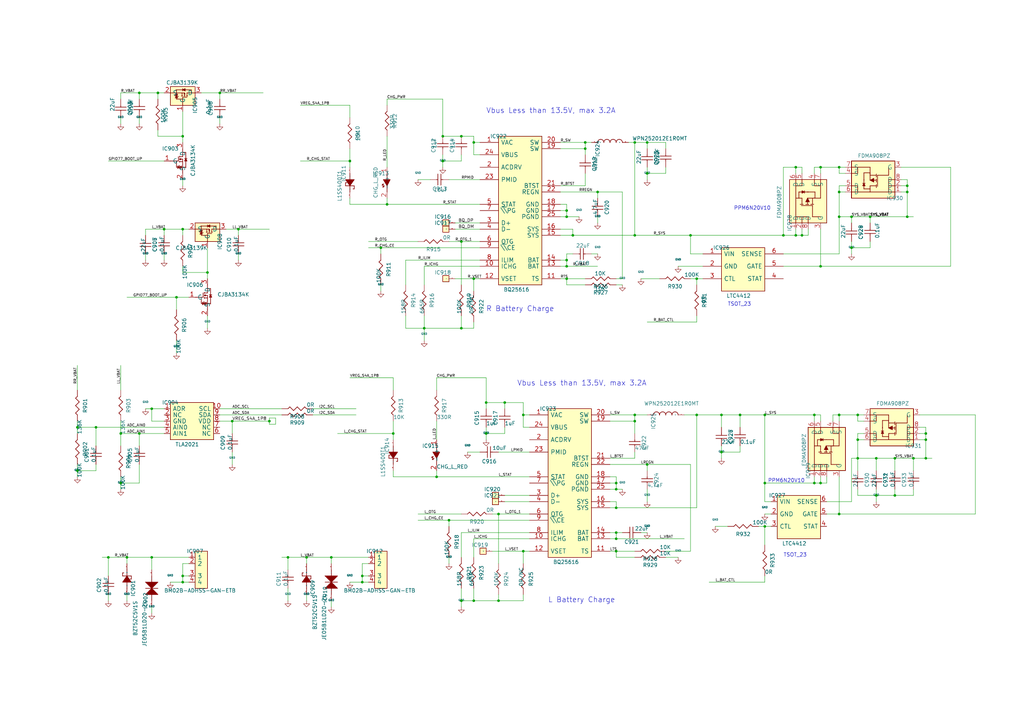
<source format=kicad_sch>
(kicad_sch (version 20211123) (generator eeschema)
  (paper "A3")
  (junction (at 265.43 58.42))
  (junction (at 374.65 187.96))
  (junction (at 74.93 236.22))
  (junction (at 359.41 203.2))
  (junction (at 67.31 93.98))
  (junction (at 173.99 134.62))
  (junction (at 57.15 38.1))
  (junction (at 64.77 38.1))
  (junction (at 351.79 180.34))
  (junction (at 240.03 58.42))
  (junction (at 207.01 165.1))
  (junction (at 265.43 71.12))
  (junction (at 240.03 60.96))
  (junction (at 135.89 228.6))
  (junction (at 372.11 88.9))
  (junction (at 95.25 172.72))
  (junction (at 181.61 55.88))
  (junction (at 285.75 114.3))
  (junction (at 252.73 208.28))
  (junction (at 234.95 96.52))
  (junction (at 344.17 170.18))
  (junction (at 74.93 238.76))
  (junction (at 283.21 96.52))
  (junction (at 326.39 68.58))
  (junction (at 179.07 195.58))
  (junction (at 74.93 93.98))
  (junction (at 313.69 215.9))
  (junction (at 252.73 218.44))
  (junction (at 326.39 96.52))
  (junction (at 232.41 86.36))
  (junction (at 232.41 88.9))
  (junction (at 313.69 198.12))
  (junction (at 260.35 172.72))
  (junction (at 49.53 198.12))
  (junction (at 344.17 68.58))
  (junction (at 379.73 187.96))
  (junction (at 265.43 190.5))
  (junction (at 189.23 55.88))
  (junction (at 62.23 228.6))
  (junction (at 367.03 203.2))
  (junction (at 158.75 83.82))
  (junction (at 334.01 170.18))
  (junction (at 194.31 114.3))
  (junction (at 313.69 170.18))
  (junction (at 260.35 58.42))
  (junction (at 204.47 246.38))
  (junction (at 232.41 114.3))
  (junction (at 321.31 96.52))
  (junction (at 344.17 88.9))
  (junction (at 57.15 177.8))
  (junction (at 295.91 185.42))
  (junction (at 336.55 68.58))
  (junction (at 336.55 109.22))
  (junction (at 199.39 165.1))
  (junction (at 252.73 198.12))
  (junction (at 85.09 111.76))
  (junction (at 351.79 170.18))
  (junction (at 49.53 177.8))
  (junction (at 379.73 177.8))
  (junction (at 194.31 58.42))
  (junction (at 189.23 134.62))
  (junction (at 367.03 187.96))
  (junction (at 349.25 101.6))
  (junction (at 62.23 167.64))
  (junction (at 31.75 193.04))
  (junction (at 336.55 198.12))
  (junction (at 110.49 172.72))
  (junction (at 204.47 210.82))
  (junction (at 252.73 226.06))
  (junction (at 181.61 66.04))
  (junction (at 199.39 177.8))
  (junction (at 194.31 246.38))
  (junction (at 372.11 78.74))
  (junction (at 72.39 121.92))
  (junction (at 148.59 236.22))
  (junction (at 245.11 78.74))
  (junction (at 90.17 38.1))
  (junction (at 334.01 198.12))
  (junction (at 232.41 109.22))
  (junction (at 328.93 96.52))
  (junction (at 232.41 106.68))
  (junction (at 303.53 170.18))
  (junction (at 252.73 200.66))
  (junction (at 148.59 238.76))
  (junction (at 214.63 226.06))
  (junction (at 349.25 88.9))
  (junction (at 214.63 170.18))
  (junction (at 260.35 170.18))
  (junction (at 52.07 228.6))
  (junction (at 31.75 175.26))
  (junction (at 143.51 66.04))
  (junction (at 379.73 180.34))
  (junction (at 189.23 99.06))
  (junction (at 351.79 187.96))
  (junction (at 97.79 93.98))
  (junction (at 118.11 228.6))
  (junction (at 39.37 175.26))
  (junction (at 285.75 170.18))
  (junction (at 260.35 96.52))
  (junction (at 372.11 76.2))
  (junction (at 359.41 187.96))
  (junction (at 184.15 213.36))
  (junction (at 44.45 228.6))
  (junction (at 344.17 210.82))
  (junction (at 74.93 55.88))
  (junction (at 125.73 228.6))
  (junction (at 189.23 246.38))
  (junction (at 252.73 220.98))
  (junction (at 295.91 170.18))
  (junction (at 161.29 177.8))
  (junction (at 356.87 88.9))
  (junction (at 156.21 101.6))
  (junction (at 344.17 78.74))
  (wire (pts (xy 400.05 210.82) (xy 344.17 210.82)))
  (wire (pts (xy 260.35 170.18) (xy 260.35 172.72)))
  (wire (pts (xy 113.03 173.99) (xy 110.49 173.99)))
  (wire (pts (xy 44.45 243.84) (xy 44.45 246.38)))
  (wire (pts (xy 199.39 177.8) (xy 199.39 180.34)))
  (wire (pts (xy 359.41 187.96) (xy 351.79 187.96)))
  (wire (pts (xy 245.11 78.74) (xy 245.11 81.28)))
  (wire (pts (xy 110.49 172.72) (xy 110.49 171.45)))
  (wire (pts (xy 171.45 73.66) (xy 176.53 73.66)))
  (wire (pts (xy 110.49 93.98) (xy 97.79 93.98)))
  (wire (pts (xy 336.55 93.98) (xy 336.55 109.22)))
  (wire (pts (xy 344.17 78.74) (xy 346.71 78.74)))
  (wire (pts (xy 232.41 86.36) (xy 232.41 88.9)))
  (wire (pts (xy 214.63 175.26) (xy 217.17 175.26)))
  (wire (pts (xy 204.47 185.42) (xy 217.17 185.42)))
  (wire (pts (xy 90.17 167.64) (xy 115.57 167.64)))
  (wire (pts (xy 135.89 228.6) (xy 135.89 231.14)))
  (wire (pts (xy 74.93 93.98) (xy 67.31 93.98)))
  (wire (pts (xy 214.63 243.84) (xy 214.63 246.38)))
  (wire (pts (xy 74.93 45.72) (xy 74.93 55.88)))
  (wire (pts (xy 382.27 187.96) (xy 379.73 187.96)))
  (wire (pts (xy 217.17 203.2) (xy 207.01 203.2)))
  (wire (pts (xy 181.61 40.64) (xy 181.61 55.88)))
  (wire (pts (xy 232.41 106.68) (xy 232.41 109.22)))
  (wire (pts (xy 95.25 185.42) (xy 95.25 190.5)))
  (wire (pts (xy 313.69 238.76) (xy 290.83 238.76)))
  (wire (pts (xy 240.03 58.42) (xy 240.03 60.96)))
  (wire (pts (xy 283.21 96.52) (xy 283.21 104.14)))
  (wire (pts (xy 143.51 154.94) (xy 161.29 154.94)))
  (wire (pts (xy 31.75 193.04) (xy 31.75 195.58)))
  (wire (pts (xy 326.39 96.52) (xy 321.31 96.52)))
  (wire (pts (xy 64.77 53.34) (xy 64.77 55.88)))
  (wire (pts (xy 316.23 215.9) (xy 313.69 215.9)))
  (wire (pts (xy 57.15 38.1) (xy 49.53 38.1)))
  (wire (pts (xy 64.77 55.88) (xy 74.93 55.88)))
  (wire (pts (xy 217.17 210.82) (xy 204.47 210.82)))
  (wire (pts (xy 128.27 167.64) (xy 146.05 167.64)))
  (wire (pts (xy 97.79 93.98) (xy 97.79 96.52)))
  (wire (pts (xy 173.99 134.62) (xy 189.23 134.62)))
  (wire (pts (xy 242.57 58.42) (xy 240.03 58.42)))
  (wire (pts (xy 95.25 172.72) (xy 90.17 172.72)))
  (wire (pts (xy 194.31 134.62) (xy 194.31 132.08)))
  (wire (pts (xy 234.95 96.52) (xy 229.87 96.52)))
  (wire (pts (xy 265.43 170.18) (xy 260.35 170.18)))
  (wire (pts (xy 214.63 165.1) (xy 214.63 170.18)))
  (wire (pts (xy 334.01 170.18) (xy 334.01 172.72)))
  (wire (pts (xy 62.23 248.92) (xy 62.23 251.46)))
  (wire (pts (xy 90.17 38.1) (xy 90.17 40.64)))
  (wire (pts (xy 189.23 99.06) (xy 184.15 99.06)))
  (wire (pts (xy 194.31 246.38) (xy 189.23 246.38)))
  (wire (pts (xy 74.93 238.76) (xy 69.85 238.76)))
  (wire (pts (xy 313.69 205.74) (xy 313.69 198.12)))
  (wire (pts (xy 367.03 200.66) (xy 367.03 203.2)))
  (wire (pts (xy 229.87 76.2) (xy 240.03 76.2)))
  (wire (pts (xy 232.41 83.82) (xy 232.41 86.36)))
  (wire (pts (xy 199.39 175.26) (xy 199.39 177.8)))
  (wire (pts (xy 232.41 109.22) (xy 229.87 109.22)))
  (wire (pts (xy 189.23 66.04) (xy 189.23 63.5)))
  (wire (pts (xy 262.89 218.44) (xy 265.43 218.44)))
  (wire (pts (xy 295.91 182.88) (xy 295.91 185.42)))
  (wire (pts (xy 255.27 200.66) (xy 252.73 200.66)))
  (wire (pts (xy 252.73 205.74) (xy 252.73 208.28)))
  (wire (pts (xy 151.13 231.14) (xy 148.59 231.14)))
  (wire (pts (xy 346.71 68.58) (xy 344.17 68.58)))
  (wire (pts (xy 374.65 203.2) (xy 374.65 200.66)))
  (wire (pts (xy 278.13 109.22) (xy 288.29 109.22)))
  (wire (pts (xy 354.33 170.18) (xy 351.79 170.18)))
  (wire (pts (xy 158.75 43.18) (xy 158.75 40.64)))
  (wire (pts (xy 194.31 58.42) (xy 196.85 58.42)))
  (wire (pts (xy 285.75 129.54) (xy 285.75 132.08)))
  (wire (pts (xy 349.25 101.6) (xy 349.25 104.14)))
  (wire (pts (xy 62.23 167.64) (xy 59.69 167.64)))
  (wire (pts (xy 39.37 175.26) (xy 31.75 175.26)))
  (wire (pts (xy 74.93 93.98) (xy 74.93 96.52)))
  (wire (pts (xy 374.65 187.96) (xy 367.03 187.96)))
  (wire (pts (xy 161.29 195.58) (xy 161.29 193.04)))
  (wire (pts (xy 285.75 208.28) (xy 252.73 208.28)))
  (wire (pts (xy 273.05 226.06) (xy 283.21 226.06)))
  (wire (pts (xy 199.39 154.94) (xy 199.39 165.1)))
  (wire (pts (xy 372.11 78.74) (xy 372.11 88.9)))
  (wire (pts (xy 77.47 231.14) (xy 74.93 231.14)))
  (wire (pts (xy 125.73 243.84) (xy 125.73 246.38)))
  (wire (pts (xy 252.73 218.44) (xy 250.19 218.44)))
  (wire (pts (xy 326.39 68.58) (xy 328.93 68.58)))
  (wire (pts (xy 295.91 170.18) (xy 285.75 170.18)))
  (wire (pts (xy 321.31 96.52) (xy 321.31 68.58)))
  (wire (pts (xy 328.93 93.98) (xy 328.93 96.52)))
  (wire (pts (xy 379.73 177.8) (xy 379.73 180.34)))
  (wire (pts (xy 229.87 93.98) (xy 234.95 93.98)))
  (wire (pts (xy 344.17 195.58) (xy 344.17 210.82)))
  (wire (pts (xy 214.63 226.06) (xy 214.63 231.14)))
  (wire (pts (xy 161.29 177.8) (xy 161.29 180.34)))
  (wire (pts (xy 173.99 134.62) (xy 173.99 139.7)))
  (wire (pts (xy 321.31 68.58) (xy 326.39 68.58)))
  (wire (pts (xy 97.79 93.98) (xy 92.71 93.98)))
  (wire (pts (xy 217.17 213.36) (xy 184.15 213.36)))
  (wire (pts (xy 204.47 246.38) (xy 194.31 246.38)))
  (wire (pts (xy 59.69 104.14) (xy 59.69 106.68)))
  (wire (pts (xy 313.69 170.18) (xy 303.53 170.18)))
  (wire (pts (xy 156.21 101.6) (xy 156.21 104.14)))
  (wire (pts (xy 77.47 238.76) (xy 74.93 238.76)))
  (wire (pts (xy 349.25 205.74) (xy 339.09 205.74)))
  (wire (pts (xy 85.09 101.6) (xy 85.09 111.76)))
  (wire (pts (xy 344.17 68.58) (xy 344.17 71.12)))
  (wire (pts (xy 252.73 226.06) (xy 250.19 226.06)))
  (wire (pts (xy 334.01 68.58) (xy 334.01 71.12)))
  (wire (pts (xy 161.29 154.94) (xy 161.29 160.02)))
  (wire (pts (xy 313.69 215.9) (xy 311.15 215.9)))
  (wire (pts (xy 199.39 165.1) (xy 199.39 167.64)))
  (wire (pts (xy 44.45 66.04) (xy 67.31 66.04)))
  (wire (pts (xy 186.69 93.98) (xy 196.85 93.98)))
  (wire (pts (xy 72.39 121.92) (xy 52.07 121.92)))
  (wire (pts (xy 135.89 228.6) (xy 125.73 228.6)))
  (wire (pts (xy 67.31 177.8) (xy 57.15 177.8)))
  (wire (pts (xy 240.03 60.96) (xy 240.03 63.5)))
  (wire (pts (xy 194.31 220.98) (xy 217.17 220.98)))
  (wire (pts (xy 265.43 68.58) (xy 265.43 71.12)))
  (wire (pts (xy 344.17 170.18) (xy 344.17 172.72)))
  (wire (pts (xy 234.95 93.98) (xy 234.95 96.52)))
  (wire (pts (xy 265.43 71.12) (xy 265.43 73.66)))
  (wire (pts (xy 44.45 228.6) (xy 44.45 236.22)))
  (wire (pts (xy 189.23 218.44) (xy 217.17 218.44)))
  (wire (pts (xy 52.07 228.6) (xy 44.45 228.6)))
  (wire (pts (xy 214.63 246.38) (xy 204.47 246.38)))
  (wire (pts (xy 189.23 99.06) (xy 189.23 116.84)))
  (wire (pts (xy 372.11 73.66) (xy 372.11 76.2)))
  (wire (pts (xy 67.31 104.14) (xy 67.31 106.68)))
  (wire (pts (xy 125.73 228.6) (xy 118.11 228.6)))
  (wire (pts (xy 285.75 114.3) (xy 285.75 116.84)))
  (wire (pts (xy 49.53 38.1) (xy 49.53 40.64)))
  (wire (pts (xy 351.79 180.34) (xy 351.79 187.96)))
  (wire (pts (xy 344.17 88.9) (xy 349.25 88.9)))
  (wire (pts (xy 156.21 116.84) (xy 156.21 119.38)))
  (wire (pts (xy 74.93 111.76) (xy 85.09 111.76)))
  (wire (pts (xy 255.27 114.3) (xy 255.27 78.74)))
  (wire (pts (xy 331.47 93.98) (xy 331.47 96.52)))
  (wire (pts (xy 148.59 236.22) (xy 148.59 238.76)))
  (wire (pts (xy 336.55 68.58) (xy 334.01 68.58)))
  (wire (pts (xy 336.55 170.18) (xy 334.01 170.18)))
  (wire (pts (xy 110.49 173.99) (xy 110.49 172.72)))
  (wire (pts (xy 49.53 195.58) (xy 49.53 198.12)))
  (wire (pts (xy 336.55 68.58) (xy 336.55 71.12)))
  (wire (pts (xy 217.17 195.58) (xy 179.07 195.58)))
  (wire (pts (xy 336.55 198.12) (xy 334.01 198.12)))
  (wire (pts (xy 334.01 170.18) (xy 313.69 170.18)))
  (wire (pts (xy 252.73 200.66) (xy 250.19 200.66)))
  (wire (pts (xy 49.53 198.12) (xy 49.53 200.66)))
  (wire (pts (xy 207.01 165.1) (xy 207.01 167.64)))
  (wire (pts (xy 377.19 177.8) (xy 379.73 177.8)))
  (wire (pts (xy 184.15 213.36) (xy 171.45 213.36)))
  (wire (pts (xy 265.43 200.66) (xy 265.43 205.74)))
  (wire (pts (xy 349.25 99.06) (xy 349.25 101.6)))
  (wire (pts (xy 240.03 114.3) (xy 232.41 114.3)))
  (wire (pts (xy 336.55 172.72) (xy 336.55 170.18)))
  (wire (pts (xy 273.05 60.96) (xy 273.05 58.42)))
  (wire (pts (xy 245.11 78.74) (xy 229.87 78.74)))
  (wire (pts (xy 377.19 180.34) (xy 379.73 180.34)))
  (wire (pts (xy 97.79 104.14) (xy 97.79 106.68)))
  (wire (pts (xy 194.31 241.3) (xy 194.31 246.38)))
  (wire (pts (xy 237.49 88.9) (xy 232.41 88.9)))
  (wire (pts (xy 214.63 226.06) (xy 201.93 226.06)))
  (wire (pts (xy 293.37 215.9) (xy 298.45 215.9)))
  (wire (pts (xy 194.31 55.88) (xy 194.31 58.42)))
  (wire (pts (xy 273.05 68.58) (xy 273.05 71.12)))
  (wire (pts (xy 67.31 93.98) (xy 67.31 96.52)))
  (wire (pts (xy 367.03 203.2) (xy 374.65 203.2)))
  (wire (pts (xy 52.07 228.6) (xy 52.07 231.14)))
  (wire (pts (xy 166.37 129.54) (xy 166.37 134.62)))
  (wire (pts (xy 377.19 175.26) (xy 379.73 175.26)))
  (wire (pts (xy 334.01 198.12) (xy 313.69 198.12)))
  (wire (pts (xy 351.79 170.18) (xy 351.79 172.72)))
  (wire (pts (xy 72.39 121.92) (xy 72.39 127)))
  (wire (pts (xy 156.21 101.6) (xy 151.13 101.6)))
  (wire (pts (xy 181.61 55.88) (xy 189.23 55.88)))
  (wire (pts (xy 199.39 177.8) (xy 207.01 177.8)))
  (wire (pts (xy 260.35 226.06) (xy 252.73 226.06)))
  (wire (pts (xy 207.01 165.1) (xy 214.63 165.1)))
  (wire (pts (xy 138.43 177.8) (xy 161.29 177.8)))
  (wire (pts (xy 234.95 104.14) (xy 232.41 104.14)))
  (wire (pts (xy 59.69 93.98) (xy 59.69 96.52)))
  (wire (pts (xy 67.31 38.1) (xy 64.77 38.1)))
  (wire (pts (xy 184.15 213.36) (xy 184.15 215.9)))
  (wire (pts (xy 356.87 88.9) (xy 356.87 91.44)))
  (wire (pts (xy 265.43 190.5) (xy 265.43 193.04)))
  (wire (pts (xy 118.11 228.6) (xy 115.57 228.6)))
  (wire (pts (xy 372.11 88.9) (xy 356.87 88.9)))
  (wire (pts (xy 389.89 109.22) (xy 336.55 109.22)))
  (wire (pts (xy 77.47 228.6) (xy 62.23 228.6)))
  (wire (pts (xy 179.07 172.72) (xy 179.07 180.34)))
  (wire (pts (xy 232.41 88.9) (xy 229.87 88.9)))
  (wire (pts (xy 57.15 177.8) (xy 57.15 182.88)))
  (wire (pts (xy 158.75 83.82) (xy 143.51 83.82)))
  (wire (pts (xy 313.69 215.9) (xy 313.69 223.52)))
  (wire (pts (xy 151.13 238.76) (xy 148.59 238.76)))
  (wire (pts (xy 283.21 104.14) (xy 288.29 104.14)))
  (wire (pts (xy 260.35 58.42) (xy 257.81 58.42)))
  (wire (pts (xy 240.03 76.2) (xy 240.03 71.12)))
  (wire (pts (xy 196.85 99.06) (xy 189.23 99.06)))
  (wire (pts (xy 74.93 236.22) (xy 74.93 238.76)))
  (wire (pts (xy 334.01 195.58) (xy 334.01 198.12)))
  (wire (pts (xy 39.37 190.5) (xy 39.37 193.04)))
  (wire (pts (xy 367.03 187.96) (xy 359.41 187.96)))
  (wire (pts (xy 95.25 172.72) (xy 110.49 172.72)))
  (wire (pts (xy 316.23 205.74) (xy 313.69 205.74)))
  (wire (pts (xy 351.79 203.2) (xy 359.41 203.2)))
  (wire (pts (xy 143.51 66.04) (xy 143.51 68.58)))
  (wire (pts (xy 303.53 170.18) (xy 303.53 175.26)))
  (wire (pts (xy 245.11 109.22) (xy 232.41 109.22)))
  (wire (pts (xy 379.73 175.26) (xy 379.73 177.8)))
  (wire (pts (xy 252.73 198.12) (xy 252.73 200.66)))
  (wire (pts (xy 400.05 170.18) (xy 400.05 210.82)))
  (wire (pts (xy 344.17 104.14) (xy 344.17 88.9)))
  (wire (pts (xy 351.79 172.72) (xy 354.33 172.72)))
  (wire (pts (xy 189.23 241.3) (xy 189.23 246.38)))
  (wire (pts (xy 229.87 106.68) (xy 232.41 106.68)))
  (wire (pts (xy 250.19 195.58) (xy 252.73 195.58)))
  (wire (pts (xy 194.31 63.5) (xy 196.85 63.5)))
  (wire (pts (xy 207.01 205.74) (xy 217.17 205.74)))
  (wire (pts (xy 52.07 243.84) (xy 52.07 246.38)))
  (wire (pts (xy 356.87 101.6) (xy 349.25 101.6)))
  (wire (pts (xy 49.53 48.26) (xy 49.53 50.8)))
  (wire (pts (xy 217.17 226.06) (xy 214.63 226.06)))
  (wire (pts (xy 313.69 236.22) (xy 313.69 238.76)))
  (wire (pts (xy 260.35 172.72) (xy 260.35 177.8)))
  (wire (pts (xy 344.17 68.58) (xy 336.55 68.58)))
  (wire (pts (xy 85.09 111.76) (xy 85.09 114.3)))
  (wire (pts (xy 171.45 210.82) (xy 189.23 210.82)))
  (wire (pts (xy 181.61 66.04) (xy 189.23 66.04)))
  (wire (pts (xy 49.53 149.86) (xy 49.53 160.02)))
  (wire (pts (xy 252.73 116.84) (xy 255.27 116.84)))
  (wire (pts (xy 173.99 129.54) (xy 173.99 134.62)))
  (wire (pts (xy 250.19 187.96) (xy 260.35 187.96)))
  (wire (pts (xy 44.45 228.6) (xy 41.91 228.6)))
  (wire (pts (xy 245.11 88.9) (xy 245.11 91.44)))
  (wire (pts (xy 303.53 170.18) (xy 295.91 170.18)))
  (wire (pts (xy 288.29 114.3) (xy 285.75 114.3)))
  (wire (pts (xy 74.93 73.66) (xy 74.93 76.2)))
  (wire (pts (xy 232.41 104.14) (xy 232.41 106.68)))
  (wire (pts (xy 351.79 170.18) (xy 344.17 170.18)))
  (wire (pts (xy 377.19 170.18) (xy 400.05 170.18)))
  (wire (pts (xy 265.43 190.5) (xy 250.19 190.5)))
  (wire (pts (xy 369.57 76.2) (xy 372.11 76.2)))
  (wire (pts (xy 265.43 58.42) (xy 265.43 60.96)))
  (wire (pts (xy 135.89 246.38) (xy 135.89 248.92)))
  (wire (pts (xy 173.99 116.84) (xy 173.99 109.22)))
  (wire (pts (xy 250.19 198.12) (xy 252.73 198.12)))
  (wire (pts (xy 280.67 220.98) (xy 252.73 220.98)))
  (wire (pts (xy 57.15 48.26) (xy 57.15 50.8)))
  (wire (pts (xy 148.59 238.76) (xy 143.51 238.76)))
  (wire (pts (xy 273.05 228.6) (xy 278.13 228.6)))
  (wire (pts (xy 344.17 88.9) (xy 344.17 78.74)))
  (wire (pts (xy 77.47 93.98) (xy 74.93 93.98)))
  (wire (pts (xy 262.89 114.3) (xy 270.51 114.3)))
  (wire (pts (xy 229.87 86.36) (xy 232.41 86.36)))
  (wire (pts (xy 344.17 76.2) (xy 346.71 76.2)))
  (wire (pts (xy 285.75 114.3) (xy 283.21 114.3)))
  (wire (pts (xy 250.19 205.74) (xy 252.73 205.74)))
  (wire (pts (xy 31.75 172.72) (xy 31.75 175.26)))
  (wire (pts (xy 242.57 104.14) (xy 245.11 104.14)))
  (wire (pts (xy 313.69 198.12) (xy 313.69 170.18)))
  (wire (pts (xy 367.03 187.96) (xy 367.03 193.04)))
  (wire (pts (xy 158.75 40.64) (xy 181.61 40.64)))
  (wire (pts (xy 204.47 243.84) (xy 204.47 246.38)))
  (wire (pts (xy 118.11 228.6) (xy 118.11 233.68)))
  (wire (pts (xy 90.17 170.18) (xy 115.57 170.18)))
  (wire (pts (xy 265.43 58.42) (xy 260.35 58.42)))
  (wire (pts (xy 107.95 38.1) (xy 90.17 38.1)))
  (wire (pts (xy 158.75 55.88) (xy 158.75 68.58)))
  (wire (pts (xy 229.87 83.82) (xy 232.41 83.82)))
  (wire (pts (xy 303.53 185.42) (xy 295.91 185.42)))
  (wire (pts (xy 303.53 182.88) (xy 303.53 185.42)))
  (wire (pts (xy 344.17 170.18) (xy 341.63 170.18)))
  (wire (pts (xy 181.61 66.04) (xy 181.61 68.58)))
  (wire (pts (xy 179.07 193.04) (xy 179.07 195.58)))
  (wire (pts (xy 260.35 58.42) (xy 260.35 96.52)))
  (wire (pts (xy 189.23 129.54) (xy 189.23 134.62)))
  (wire (pts (xy 285.75 170.18) (xy 280.67 170.18)))
  (wire (pts (xy 339.09 198.12) (xy 336.55 198.12)))
  (wire (pts (xy 351.79 180.34) (xy 351.79 177.8)))
  (wire (pts (xy 232.41 116.84) (xy 240.03 116.84)))
  (wire (pts (xy 161.29 172.72) (xy 161.29 177.8)))
  (wire (pts (xy 214.63 170.18) (xy 214.63 175.26)))
  (wire (pts (xy 374.65 88.9) (xy 372.11 88.9)))
  (wire (pts (xy 204.47 210.82) (xy 201.93 210.82)))
  (wire (pts (xy 252.73 228.6) (xy 260.35 228.6)))
  (wire (pts (xy 151.13 99.06) (xy 171.45 99.06)))
  (wire (pts (xy 173.99 109.22) (xy 196.85 109.22)))
  (wire (pts (xy 194.31 228.6) (xy 194.31 220.98)))
  (wire (pts (xy 372.11 76.2) (xy 372.11 78.74)))
  (wire (pts (xy 379.73 180.34) (xy 379.73 187.96)))
  (wire (pts (xy 351.79 200.66) (xy 351.79 203.2)))
  (wire (pts (xy 148.59 231.14) (xy 148.59 236.22)))
  (wire (pts (xy 349.25 88.9) (xy 349.25 91.44)))
  (wire (pts (xy 123.19 43.18) (xy 143.51 43.18)))
  (wire (pts (xy 379.73 187.96) (xy 374.65 187.96)))
  (wire (pts (xy 351.79 187.96) (xy 351.79 193.04)))
  (wire (pts (xy 194.31 114.3) (xy 186.69 114.3)))
  (wire (pts (xy 252.73 226.06) (xy 252.73 228.6)))
  (wire (pts (xy 336.55 195.58) (xy 336.55 198.12)))
  (wire (pts (xy 194.31 58.42) (xy 194.31 63.5)))
  (wire (pts (xy 273.05 58.42) (xy 265.43 58.42)))
  (wire (pts (xy 214.63 170.18) (xy 217.17 170.18)))
  (wire (pts (xy 196.85 114.3) (xy 194.31 114.3)))
  (wire (pts (xy 250.19 172.72) (xy 260.35 172.72)))
  (wire (pts (xy 113.03 171.45) (xy 113.03 173.99)))
  (wire (pts (xy 326.39 68.58) (xy 326.39 71.12)))
  (wire (pts (xy 143.51 43.18) (xy 143.51 48.26)))
  (wire (pts (xy 240.03 58.42) (xy 229.87 58.42)))
  (wire (pts (xy 64.77 38.1) (xy 64.77 40.64)))
  (wire (pts (xy 260.35 187.96) (xy 260.35 185.42)))
  (wire (pts (xy 356.87 99.06) (xy 356.87 101.6)))
  (wire (pts (xy 283.21 96.52) (xy 260.35 96.52)))
  (wire (pts (xy 151.13 228.6) (xy 135.89 228.6)))
  (wire (pts (xy 283.21 226.06) (xy 283.21 190.5)))
  (wire (pts (xy 67.31 167.64) (xy 62.23 167.64)))
  (wire (pts (xy 369.57 78.74) (xy 372.11 78.74)))
  (wire (pts (xy 39.37 175.26) (xy 39.37 182.88)))
  (wire (pts (xy 62.23 172.72) (xy 67.31 172.72)))
  (wire (pts (xy 252.73 220.98) (xy 250.19 220.98)))
  (wire (pts (xy 359.41 203.2) (xy 359.41 205.74)))
  (wire (pts (xy 158.75 81.28) (xy 158.75 83.82)))
  (wire (pts (xy 67.31 175.26) (xy 39.37 175.26)))
  (wire (pts (xy 229.87 60.96) (xy 240.03 60.96)))
  (wire (pts (xy 328.93 68.58) (xy 328.93 71.12)))
  (wire (pts (xy 260.35 96.52) (xy 234.95 96.52)))
  (wire (pts (xy 354.33 180.34) (xy 351.79 180.34)))
  (wire (pts (xy 189.23 246.38) (xy 189.23 248.92)))
  (wire (pts (xy 351.79 187.96) (xy 349.25 187.96)))
  (wire (pts (xy 283.21 190.5) (xy 265.43 190.5)))
  (wire (pts (xy 359.41 200.66) (xy 359.41 203.2)))
  (wire (pts (xy 95.25 172.72) (xy 95.25 177.8)))
  (wire (pts (xy 148.59 236.22) (xy 151.13 236.22)))
  (wire (pts (xy 189.23 228.6) (xy 189.23 218.44)))
  (wire (pts (xy 339.09 195.58) (xy 339.09 198.12)))
  (wire (pts (xy 260.35 170.18) (xy 250.19 170.18)))
  (wire (pts (xy 273.05 71.12) (xy 265.43 71.12)))
  (wire (pts (xy 179.07 195.58) (xy 161.29 195.58)))
  (wire (pts (xy 359.41 203.2) (xy 367.03 203.2)))
  (wire (pts (xy 57.15 190.5) (xy 57.15 198.12)))
  (wire (pts (xy 341.63 170.18) (xy 341.63 172.72)))
  (wire (pts (xy 369.57 68.58) (xy 389.89 68.58)))
  (wire (pts (xy 328.93 96.52) (xy 326.39 96.52)))
  (wire (pts (xy 189.23 134.62) (xy 194.31 134.62)))
  (wire (pts (xy 255.27 218.44) (xy 252.73 218.44)))
  (wire (pts (xy 62.23 228.6) (xy 62.23 233.68)))
  (wire (pts (xy 349.25 187.96) (xy 349.25 205.74)))
  (wire (pts (xy 74.93 109.22) (xy 74.93 111.76)))
  (wire (pts (xy 321.31 104.14) (xy 344.17 104.14)))
  (wire (pts (xy 232.41 114.3) (xy 229.87 114.3)))
  (wire (pts (xy 184.15 228.6) (xy 184.15 231.14)))
  (wire (pts (xy 74.93 55.88) (xy 74.93 58.42)))
  (wire (pts (xy 194.31 114.3) (xy 194.31 119.38)))
  (wire (pts (xy 74.93 231.14) (xy 74.93 236.22)))
  (wire (pts (xy 57.15 198.12) (xy 49.53 198.12)))
  (wire (pts (xy 191.77 185.42) (xy 196.85 185.42)))
  (wire (pts (xy 344.17 71.12) (xy 346.71 71.12)))
  (wire (pts (xy 110.49 171.45) (xy 113.03 171.45)))
  (wire (pts (xy 72.39 139.7) (xy 72.39 144.78)))
  (wire (pts (xy 196.85 73.66) (xy 184.15 73.66)))
  (wire (pts (xy 369.57 73.66) (xy 372.11 73.66)))
  (wire (pts (xy 166.37 116.84) (xy 166.37 106.68)))
  (wire (pts (xy 189.23 55.88) (xy 194.31 55.88)))
  (wire (pts (xy 344.17 78.74) (xy 344.17 76.2)))
  (wire (pts (xy 57.15 38.1) (xy 57.15 40.64)))
  (wire (pts (xy 359.41 187.96) (xy 359.41 193.04)))
  (wire (pts (xy 186.69 91.44) (xy 196.85 91.44)))
  (wire (pts (xy 77.47 121.92) (xy 72.39 121.92)))
  (wire (pts (xy 90.17 38.1) (xy 82.55 38.1)))
  (wire (pts (xy 31.75 149.86) (xy 31.75 160.02)))
  (wire (pts (xy 295.91 170.18) (xy 295.91 175.26)))
  (wire (pts (xy 252.73 218.44) (xy 252.73 220.98)))
  (wire (pts (xy 179.07 154.94) (xy 199.39 154.94)))
  (wire (pts (xy 285.75 132.08) (xy 265.43 132.08)))
  (wire (pts (xy 351.79 177.8) (xy 354.33 177.8)))
  (wire (pts (xy 49.53 177.8) (xy 49.53 182.88)))
  (wire (pts (xy 344.17 210.82) (xy 339.09 210.82)))
  (wire (pts (xy 57.15 177.8) (xy 49.53 177.8)))
  (wire (pts (xy 62.23 167.64) (xy 62.23 172.72)))
  (wire (pts (xy 118.11 241.3) (xy 118.11 246.38)))
  (wire (pts (xy 326.39 93.98) (xy 326.39 96.52)))
  (wire (pts (xy 199.39 165.1) (xy 207.01 165.1)))
  (wire (pts (xy 252.73 195.58) (xy 252.73 198.12)))
  (wire (pts (xy 166.37 134.62) (xy 173.99 134.62)))
  (wire (pts (xy 232.41 114.3) (xy 232.41 116.84)))
  (wire (pts (xy 331.47 96.52) (xy 328.93 96.52)))
  (wire (pts (xy 336.55 109.22) (xy 321.31 109.22)))
  (wire (pts (xy 285.75 170.18) (xy 285.75 208.28)))
  (wire (pts (xy 207.01 177.8) (xy 207.01 175.26)))
  (wire (pts (xy 74.93 236.22) (xy 77.47 236.22)))
  (wire (pts (xy 374.65 187.96) (xy 374.65 193.04)))
  (wire (pts (xy 196.85 83.82) (xy 158.75 83.82)))
  (wire (pts (xy 123.19 66.04) (xy 143.51 66.04)))
  (wire (pts (xy 39.37 193.04) (xy 31.75 193.04)))
  (wire (pts (xy 196.85 101.6) (xy 156.21 101.6)))
  (wire (pts (xy 181.61 63.5) (xy 181.61 66.04)))
  (wire (pts (xy 389.89 68.58) (xy 389.89 109.22)))
  (wire (pts (xy 166.37 106.68) (xy 196.85 106.68)))
  (wire (pts (xy 252.73 114.3) (xy 255.27 114.3)))
  (wire (pts (xy 62.23 228.6) (xy 52.07 228.6)))
  (wire (pts (xy 85.09 129.54) (xy 85.09 134.62)))
  (wire (pts (xy 252.73 208.28) (xy 250.19 208.28)))
  (wire (pts (xy 143.51 83.82) (xy 143.51 81.28)))
  (wire (pts (xy 204.47 210.82) (xy 204.47 231.14)))
  (wire (pts (xy 49.53 172.72) (xy 49.53 177.8)))
  (wire (pts (xy 179.07 160.02) (xy 179.07 154.94)))
  (wire (pts (xy 143.51 60.96) (xy 143.51 66.04)))
  (wire (pts (xy 128.27 170.18) (xy 146.05 170.18)))
  (wire (pts (xy 64.77 38.1) (xy 57.15 38.1)))
  (wire (pts (xy 31.75 175.26) (xy 31.75 177.8)))
  (wire (pts (xy 295.91 185.42) (xy 295.91 187.96)))
  (wire (pts (xy 321.31 96.52) (xy 283.21 96.52)))
  (wire (pts (xy 313.69 210.82) (xy 316.23 210.82)))
  (wire (pts (xy 67.31 93.98) (xy 59.69 93.98)))
  (wire (pts (xy 255.27 78.74) (xy 245.11 78.74)))
  (wire (pts (xy 125.73 228.6) (xy 125.73 231.14)))
  (wire (pts (xy 90.17 48.26) (xy 90.17 50.8)))
  (wire (pts (xy 31.75 190.5) (xy 31.75 193.04)))
  (wire (pts (xy 356.87 88.9) (xy 349.25 88.9)))
  (text "PPM6N20V10 " (at 314.96 198.12 0) (effects (font (size 1.524 1.524)) (justify left bottom)))
  (text "L Battery Charge" (at 224.79 247.396 0) (effects (font (size 2.1336 2.1336)) (justify left bottom)))
  (text "PPM6N20V10 " (at 300.99 86.36 0) (effects (font (size 1.524 1.524)) (justify left bottom)))
  (text "TSOT_23" (at 321.31 228.6 0) (effects (font (size 1.524 1.524)) (justify left bottom)))
  (text "TSOT_23" (at 298.45 125.73 0) (effects (font (size 1.524 1.524)) (justify left bottom)))
  (text "R Battery Charge" (at 199.39 128.016 0) (effects (font (size 2.1336 2.1336)) (justify left bottom)))
  (text "Vbus Less than 13.5V, max 3.2A" (at 199.39 46.736 0) (effects (font (size 2.1336 2.1336)) (justify left bottom)))
  (text "Vbus Less than 13.5V, max 3.2A" (at 212.09 158.496 0) (effects (font (size 2.1336 2.1336)) (justify left bottom)))
  (label "L_ILIM" (at 191.77 218.44 0) (effects (font (size 1.0668 1.0668))))
  (label "ADC_AIN0" (at 52.07 175.26 0) (effects (font (size 1.0668 1.0668))))
  (label "RR_VBAT" (at 31.75 157.48 90) (effects (font (size 1.0668 1.0668))))
  (label "LTS" (at 250.19 226.06 0) (effects (font (size 1.0668 1.0668))))
  (label "RTS" (at 229.87 114.3 0) (effects (font (size 1.0668 1.0668))))
  (label "VREG_S4A_1P8" (at 95.25 172.72 0))
  (label "R_SW" (at 229.87 58.42 0) (effects (font (size 1.0668 1.0668))))
  (label "R_STAT" (at 181.61 83.82 0) (effects (font (size 1.0668 1.0668))))
  (label "L_OTG_1" (at 207.01 210.82 0) (effects (font (size 1.0668 1.0668))))
  (label "SYS_VBAT" (at 356.87 88.9 0) (effects (font (size 1.0668 1.0668))))
  (label "R_ICHG" (at 173.99 109.22 0) (effects (font (size 1.0668 1.0668))))
  (label "L_BAT_CTL" (at 293.37 238.76 0) (effects (font (size 1.0668 1.0668))))
  (label "L_ICHG" (at 194.31 220.98 0) (effects (font (size 1.0668 1.0668))))
  (label "L_STAT" (at 204.47 195.58 0) (effects (font (size 1.0668 1.0668))))
  (label "I2C_SDA" (at 130.81 170.18 0) (effects (font (size 1.0668 1.0668))))
  (label "LREGN" (at 262.89 190.5 0) (effects (font (size 1.0668 1.0668))))
  (label "SYS_VBAT" (at 349.25 88.9 0) (effects (font (size 1.0668 1.0668))))
  (label "VREG_S4A_1P8" (at 143.51 154.94 0) (effects (font (size 1.0668 1.0668))))
  (label "L_VSET" (at 207.01 226.06 0) (effects (font (size 1.0668 1.0668))))
  (label "R_CHG_CE" (at 153.67 101.6 0) (effects (font (size 1.0668 1.0668))))
  (label "LPMID" (at 209.55 185.42 0) (effects (font (size 1.0668 1.0668))))
  (label "R_OTG_1" (at 186.69 99.06 0) (effects (font (size 1.0668 1.0668))))
  (label "L_VBAT" (at 270.51 220.98 0) (effects (font (size 1.0668 1.0668))))
  (label "R_ILIM" (at 171.45 106.68 0) (effects (font (size 1.0668 1.0668))))
  (label "L_OTG" (at 173.99 210.82 0) (effects (font (size 1.0668 1.0668))))
  (label "R_VSET" (at 191.77 114.3 0) (effects (font (size 1.0668 1.0668))))
  (label "R_CHG_STAT" (at 125.73 66.04 0) (effects (font (size 1.0668 1.0668))))
  (label "SYS_VBAT" (at 367.03 187.96 0) (effects (font (size 1.0668 1.0668))))
  (label "BQ_DP" (at 187.96 91.44 0))
  (label "L_SYS" (at 313.69 170.18 0) (effects (font (size 1.0668 1.0668))))
  (label "L_VBAT" (at 62.23 93.98 0) (effects (font (size 1.0668 1.0668))))
  (label "RREGN" (at 237.49 78.74 0) (effects (font (size 1.0668 1.0668))))
  (label "R_BAT_CTL" (at 267.97 132.08 0) (effects (font (size 1.0668 1.0668))))
  (label "GPIO77_BOOT_UP" (at 54.61 121.92 0) (effects (font (size 1.0668 1.0668))))
  (label "GPIO77_BOOT_UP" (at 44.45 66.04 0) (effects (font (size 1.0668 1.0668))))
  (label "L_VBAT" (at 123.19 228.6 0) (effects (font (size 1.0668 1.0668))))
  (label "ADC_SCL" (at 95.25 167.64 0) (effects (font (size 1.0668 1.0668))))
  (label "L_SW" (at 250.19 170.18 0) (effects (font (size 1.0668 1.0668))))
  (label "R_VBAT" (at 234.95 109.22 0) (effects (font (size 1.0668 1.0668))))
  (label "ADC_SDA" (at 95.25 170.18 0) (effects (font (size 1.0668 1.0668))))
  (label "L_CHG_STAT" (at 140.97 177.8 0) (effects (font (size 1.0668 1.0668))))
  (label "R_VBAT" (at 46.99 228.6 0) (effects (font (size 1.0668 1.0668))))
  (label "ADC_AIN1" (at 52.07 177.8 0) (effects (font (size 1.0668 1.0668))))
  (label "R_VBAT" (at 49.53 38.1 0) (effects (font (size 1.0668 1.0668))))
  (label "R_BTST" (at 229.87 76.2 0) (effects (font (size 1.0668 1.0668))))
  (label "R_SYS" (at 267.97 96.52 0) (effects (font (size 1.0668 1.0668))))
  (label "L_CHG_CE" (at 173.99 213.36 0) (effects (font (size 1.0668 1.0668))))
  (label "L_LED" (at 179.07 180.34 90) (effects (font (size 1.0668 1.0668))))
  (label "LL_VBAT" (at 95.25 93.98 0) (effects (font (size 1.0668 1.0668))))
  (label "RR_VBAT" (at 90.17 38.1 0) (effects (font (size 1.0668 1.0668))))
  (label "RPMID" (at 189.23 73.66 0) (effects (font (size 1.0668 1.0668))))
  (label "I2C_SCL" (at 130.81 167.64 0) (effects (font (size 1.0668 1.0668))))
  (label "R_LED" (at 158.75 66.04 90) (effects (font (size 1.0668 1.0668))))
  (label "BQ_DM" (at 187.96 93.98 0))
  (label "VREG_S4A_1P8" (at 123.19 43.18 0) (effects (font (size 1.0668 1.0668))))
  (label "SYS_VBAT" (at 356.87 88.9 0) (effects (font (size 1.0668 1.0668))))
  (label "LL_VBAT" (at 49.53 157.48 90) (effects (font (size 1.0668 1.0668))))
  (label "CHG_PWR" (at 179.07 154.94 0) (effects (font (size 1.0668 1.0668))))
  (label "L_BTST" (at 250.19 187.96 0) (effects (font (size 1.0668 1.0668))))
  (label "CHG_PWR" (at 158.75 40.64 0) (effects (font (size 1.0668 1.0668))))
  (label "SYS_VBAT" (at 356.87 88.9 0) (effects (font (size 1.0668 1.0668))))
  (label "R_OTG" (at 153.67 99.06 0) (effects (font (size 1.0668 1.0668))))
  (label "SYS_VBAT" (at 356.87 88.9 0) (effects (font (size 1.0668 1.0668))))
  (symbol (lib_id "Wireless Video Glass:R") (at 77.47 99.06 0) (mirror y) (unit 1)
    (property "Reference" "R907" (at 78.105 102.87 90) (effects (font (size 1.524 1.524))))
    (property "Value" "100K" (at 74.93 108.458 90) (effects (font (size 1.524 1.524)) (justify right bottom)))
  )
  (symbol (lib_id "Wireless Video Glass:PMOSFET") (at 80.01 43.18 90) (mirror x) (unit 1)
    (property "Reference" "IC905" (at 80.01 43.18 0) (effects (font (size 1.524 1.524))))
    (property "Value" "CJBA3139K" (at 81.28 33.02 90) (effects (font (size 1.524 1.524)) (justify left top)))
  )
  (symbol (lib_id "Wireless Video Glass:R") (at 186.69 226.06 180) (unit 1)
    (property "Reference" "R918" (at 187.325 222.25 90) (effects (font (size 1.524 1.524))))
    (property "Value" "100K" (at 184.15 227.838 90) (effects (font (size 1.524 1.524)) (justify right top)))
  )
  (symbol (lib_id "Wireless Video Glass:R") (at 74.93 129.54 0) (mirror y) (unit 1)
    (property "Reference" "R906" (at 75.565 133.35 90) (effects (font (size 1.524 1.524))))
    (property "Value" "100K" (at 72.39 138.938 90) (effects (font (size 1.524 1.524)) (justify right bottom)))
  )
  (symbol (lib_id "Wireless Video Glass:R") (at 173.99 101.6 90) (unit 1)
    (property "Reference" "R915" (at 177.8 102.235 90) (effects (font (size 1.524 1.524))))
    (property "Value" "0R" (at 181.61 98.298 90) (effects (font (size 1.524 1.524)) (justify right top)))
  )
  (symbol (lib_id "Wireless Video Glass:C") (at 54.61 185.42 0) (unit 1)
    (property "Reference" "C905" (at 53.34 186.69 90) (effects (font (size 1.524 1.524))))
    (property "Value" "0.1uF" (at 57.15 189.738 90) (effects (font (size 1.524 1.524)) (justify left bottom)))
  )
  (symbol (lib_id "BQ25616-SchDoc-rescue:FDMA908PZ_0-") (at 331.47 193.04 90) (unit 1)
    (property "Reference" "IC929" (at 331.47 193.04 0) (effects (font (size 1.524 1.524))))
    (property "Value" "FDMA908PZ" (at 328.93 177.8 0) (effects (font (size 1.524 1.524)) (justify right top)))
  )
  (symbol (lib_id "Wireless Video Glass:R") (at 67.31 43.18 0) (mirror y) (unit 1)
    (property "Reference" "R905" (at 67.945 46.99 90) (effects (font (size 1.524 1.524))))
    (property "Value" "100K" (at 66.04 44.45 90) (effects (font (size 1.524 1.524)) (justify right bottom)))
  )
  (symbol (lib_id "BQ25616-SchDoc-rescue:BM02B-ADHSS-GAN-ETB-") (at 80.01 226.06 0) (unit 1)
    (property "Reference" "IC907" (at 80.01 226.06 0) (effects (font (size 1.524 1.524))))
    (property "Value" "BM02B-ADHSS-GAN-ETB" (at 67.31 243.078 0) (effects (font (size 1.524 1.524)) (justify left bottom)))
  )
  (symbol (lib_id "Wireless Video Glass:C") (at 298.45 180.34 180) (unit 1)
    (property "Reference" "C926" (at 299.72 179.07 90) (effects (font (size 1.524 1.524))))
    (property "Value" "22uF" (at 295.91 182.118 0) (effects (font (size 1.524 1.524)) (justify right top)))
  )
  (symbol (lib_id "Wireless Video Glass:C") (at 204.47 170.18 0) (unit 1)
    (property "Reference" "C917" (at 203.2 171.45 90) (effects (font (size 1.524 1.524))))
    (property "Value" "1uF" (at 207.01 174.498 0) (effects (font (size 1.524 1.524)) (justify left bottom)))
  )
  (symbol (lib_id "Wireless Video Glass:R") (at 52.07 162.56 0) (mirror y) (unit 1)
    (property "Reference" "R903" (at 52.705 166.37 90) (effects (font (size 1.524 1.524))))
    (property "Value" "136K" (at 49.53 171.958 90) (effects (font (size 1.524 1.524)) (justify right bottom)))
  )
  (symbol (lib_id "BQ25616-SchDoc-rescue:L___MDMK2020T1R0MM___SMD2520_0-") (at 267.97 172.72 90) (unit 1)
    (property "Reference" "IC925" (at 267.97 172.72 0) (effects (font (size 1.524 1.524))))
    (property "Value" "WPN252012E1R0MT" (at 264.16 166.37 90) (effects (font (size 1.524 1.524)) (justify right top)))
  )
  (symbol (lib_id "Wireless Video Glass:R") (at 158.75 114.3 180) (unit 1)
    (property "Reference" "R911" (at 159.385 110.49 90) (effects (font (size 1.524 1.524))))
    (property "Value" "100K" (at 156.21 116.078 90) (effects (font (size 1.524 1.524)) (justify right top)))
  )
  (symbol (lib_id "Wireless Video Glass:C") (at 237.49 106.68 90) (unit 1)
    (property "Reference" "C918" (at 238.76 107.95 90) (effects (font (size 1.524 1.524))))
    (property "Value" "22uF" (at 236.22 101.6 90) (effects (font (size 1.524 1.524)) (justify right top)))
  )
  (symbol (lib_id "Wireless Video Glass:R") (at 196.85 129.54 180) (unit 1)
    (property "Reference" "R922" (at 197.485 125.73 90) (effects (font (size 1.524 1.524))))
    (property "Value" "0R/NC" (at 194.31 128.778 90) (effects (font (size 1.524 1.524)) (justify right top)))
  )
  (symbol (lib_id "Wireless Video Glass:C") (at 41.91 238.76 0) (unit 1)
    (property "Reference" "C902" (at 40.64 240.03 90) (effects (font (size 1.524 1.524))))
    (property "Value" "0.1uF" (at 44.45 243.078 90) (effects (font (size 1.524 1.524)) (justify left bottom)))
  )
  (symbol (lib_id "Wireless Video Glass:C") (at 361.95 198.12 180) (unit 1)
    (property "Reference" "C931" (at 363.22 196.85 90) (effects (font (size 1.524 1.524))))
    (property "Value" "22uF" (at 359.41 199.898 90) (effects (font (size 1.524 1.524)) (justify right top)))
  )
  (symbol (lib_id "Wireless Video Glass:C") (at 87.63 43.18 0) (unit 1)
    (property "Reference" "C908" (at 86.36 44.45 90) (effects (font (size 1.524 1.524))))
    (property "Value" "0.1uF" (at 86.36 46.99 90) (effects (font (size 1.524 1.524)) (justify left bottom)))
  )
  (symbol (lib_id "BQ25616-SchDoc-rescue:T_POINT_S-") (at 181.61 88.9 0) (unit 1)
    (property "Reference" "IC916" (at 181.61 88.9 0) (effects (font (size 1.524 1.524))))
  )
  (symbol (lib_id "Wireless Video Glass:R") (at 242.57 119.38 90) (unit 1)
    (property "Reference" "R927" (at 246.38 120.015 90) (effects (font (size 1.524 1.524))))
    (property "Value" "10K" (at 243.84 119.38 90) (effects (font (size 1.524 1.524)) (justify right top)))
  )
  (symbol (lib_id "Wireless Video Glass:R") (at 168.91 127 180) (unit 1)
    (property "Reference" "R914" (at 169.545 123.19 90) (effects (font (size 1.524 1.524))))
    (property "Value" "158R" (at 166.37 128.778 90) (effects (font (size 1.524 1.524)) (justify right top)))
  )
  (symbol (lib_id "Wireless Video Glass:R") (at 146.05 50.8 0) (mirror y) (unit 1)
    (property "Reference" "R910" (at 146.685 54.61 90) (effects (font (size 1.524 1.524))))
    (property "Value" "10K" (at 146.05 53.34 90) (effects (font (size 1.524 1.524)) (justify right bottom)))
  )
  (symbol (lib_id "BQ25616-SchDoc-rescue:T_POINT_S-") (at 201.93 203.2 0) (unit 1)
    (property "Reference" "IC921" (at 201.93 203.2 0) (effects (font (size 1.524 1.524))))
  )
  (symbol (lib_id "Wireless Video Glass:R") (at 273.05 116.84 90) (unit 1)
    (property "Reference" "R930" (at 276.86 117.475 90) (effects (font (size 1.524 1.524))))
    (property "Value" "100K" (at 280.67 113.538 90) (effects (font (size 1.524 1.524)) (justify right top)))
  )
  (symbol (lib_id "BQ25616-SchDoc-rescue:BQ2516-") (at 204.47 55.88 0) (unit 1)
    (property "Reference" "IC922" (at 204.47 55.88 0) (effects (font (size 1.524 1.524))))
    (property "Value" "BQ25616" (at 206.502 119.634 0) (effects (font (size 1.524 1.524)) (justify left bottom)))
  )
  (symbol (lib_id "Wireless Video Glass:C") (at 364.49 195.58 0) (unit 1)
    (property "Reference" "C932" (at 363.22 196.85 90) (effects (font (size 1.524 1.524))))
    (property "Value" "0.1uF" (at 367.03 199.898 90) (effects (font (size 1.524 1.524)) (justify left bottom)))
  )
  (symbol (lib_id "Wireless Video Glass:R") (at 118.11 170.18 90) (unit 1)
    (property "Reference" "R908" (at 121.92 170.815 90) (effects (font (size 1.524 1.524))))
    (property "Value" "0R" (at 125.73 166.878 90) (effects (font (size 1.524 1.524)) (justify right top)))
  )
  (symbol (lib_id "Wireless Video Glass:R") (at 118.11 172.72 90) (unit 1)
    (property "Reference" "R909" (at 121.92 173.355 90) (effects (font (size 1.524 1.524))))
    (property "Value" "0R" (at 125.73 169.418 90) (effects (font (size 1.524 1.524)) (justify right top)))
  )
  (symbol (lib_id "Wireless Video Glass:C") (at 92.71 180.34 0) (unit 1)
    (property "Reference" "C909" (at 91.44 181.61 90) (effects (font (size 1.524 1.524))))
    (property "Value" "0.1uF" (at 95.25 184.658 90) (effects (font (size 1.524 1.524)) (justify left bottom)))
  )
  (symbol (lib_id "Wireless Video Glass:C") (at 179.07 76.2 90) (unit 1)
    (property "Reference" "C913" (at 180.34 77.47 90) (effects (font (size 1.524 1.524))))
    (property "Value" "10uF" (at 177.8 78.74 90) (effects (font (size 1.524 1.524)) (justify right top)))
  )
  (symbol (lib_id "Wireless Video Glass:C") (at 54.61 43.18 0) (unit 1)
    (property "Reference" "C904" (at 53.34 44.45 90) (effects (font (size 1.524 1.524))))
    (property "Value" "0.1uF" (at 54.61 46.99 90) (effects (font (size 1.524 1.524)) (justify left bottom)))
  )
  (symbol (lib_id "Wireless Video Glass:C") (at 300.99 177.8 0) (unit 1)
    (property "Reference" "C927" (at 299.72 179.07 90) (effects (font (size 1.524 1.524))))
    (property "Value" "0.1uF" (at 303.53 182.118 0) (effects (font (size 1.524 1.524)) (justify left bottom)))
  )
  (symbol (lib_id "Wireless Video Glass:R") (at 176.53 127 180) (unit 1)
    (property "Reference" "R916" (at 177.165 123.19 90) (effects (font (size 1.524 1.524))))
    (property "Value" "665R" (at 173.99 128.778 90) (effects (font (size 1.524 1.524)) (justify right top)))
  )
  (symbol (lib_id "BQ25616-SchDoc-rescue:DIODE_DIP_SCHOTTKY-") (at 140.97 71.12 270) (mirror x) (unit 1)
    (property "Reference" "IC911" (at 140.97 71.12 0) (effects (font (size 1.524 1.524))))
    (property "Value" "L1SS400T1" (at 138.43 69.85 0) (effects (font (size 1.524 1.524)) (justify right bottom)))
  )
  (symbol (lib_id "Wireless Video Glass:C") (at 242.57 68.58 180) (unit 1)
    (property "Reference" "C919" (at 243.84 67.31 90) (effects (font (size 1.524 1.524))))
    (property "Value" "47NF" (at 245.11 69.85 90) (effects (font (size 1.524 1.524)) (justify right top)))
  )
  (symbol (lib_id "BQ25616-SchDoc-rescue:BQ2516-") (at 224.79 167.64 0) (unit 1)
    (property "Reference" "IC923" (at 224.79 167.64 0) (effects (font (size 1.524 1.524))))
    (property "Value" "BQ25616" (at 226.822 231.394 0) (effects (font (size 1.524 1.524)) (justify left bottom)))
  )
  (symbol (lib_id "BQ25616-SchDoc-rescue:FDMA908PZ_1-") (at 323.85 91.44 90) (unit 1)
    (property "Reference" "IC928" (at 323.85 91.44 0) (effects (font (size 1.524 1.524))))
    (property "Value" "FDMA908PZ" (at 318.77 76.2 0) (effects (font (size 1.524 1.524)) (justify right top)))
  )
  (symbol (lib_id "Wireless Video Glass:C") (at 270.51 63.5 0) (unit 1)
    (property "Reference" "C925" (at 269.24 64.77 90) (effects (font (size 1.524 1.524))))
    (property "Value" "0.1uF" (at 270.51 67.31 90) (effects (font (size 1.524 1.524)) (justify left bottom)))
  )
  (symbol (lib_id "BQ25616-SchDoc-rescue:L___MDMK2020T1R0MM___SMD2520_0-") (at 245.11 60.96 90) (unit 1)
    (property "Reference" "IC924" (at 245.11 60.96 0) (effects (font (size 1.524 1.524))))
    (property "Value" "WPN252012E1R0MT" (at 259.334 57.658 90) (effects (font (size 1.524 1.524)) (justify right top)))
  )
  (symbol (lib_id "Wireless Video Glass:C") (at 115.57 236.22 0) (unit 1)
    (property "Reference" "C911" (at 114.3 237.49 90) (effects (font (size 1.524 1.524))))
    (property "Value" "0.1uF" (at 118.11 240.538 90) (effects (font (size 1.524 1.524)) (justify left bottom)))
  )
  (symbol (lib_id "Wireless Video Glass:R") (at 191.77 127 180) (unit 1)
    (property "Reference" "R919" (at 192.405 123.19 90) (effects (font (size 1.524 1.524))))
    (property "Value" "100K" (at 189.23 128.778 90) (effects (font (size 1.524 1.524)) (justify right top)))
  )
  (symbol (lib_id "Wireless Video Glass:R") (at 262.89 228.6 90) (unit 1)
    (property "Reference" "R928" (at 266.7 229.235 90) (effects (font (size 1.524 1.524))))
    (property "Value" "10K" (at 270.51 225.298 90) (effects (font (size 1.524 1.524)) (justify right top)))
  )
  (symbol (lib_id "BQ25616-SchDoc-rescue:DIODE_DIP_SCHOTTKY-") (at 128.27 241.3 90) (mirror x) (unit 1)
    (property "Reference" "IC909" (at 128.27 241.3 0) (effects (font (size 1.524 1.524))))
    (property "Value" "BZT52C5V1S" (at 128.27 243.84 0) (effects (font (size 1.524 1.524)) (justify left top)))
  )
  (symbol (lib_id "Wireless Video Glass:C") (at 372.11 195.58 0) (unit 1)
    (property "Reference" "C933" (at 370.84 196.85 90) (effects (font (size 1.524 1.524))))
    (property "Value" "0.1uF" (at 374.65 199.898 90) (effects (font (size 1.524 1.524)) (justify left bottom)))
  )
  (symbol (lib_id "Wireless Video Glass:R") (at 161.29 45.72 0) (mirror y) (unit 1)
    (property "Reference" "R912" (at 161.925 49.53 90) (effects (font (size 1.524 1.524))))
    (property "Value" "330R" (at 160.02 46.99 90) (effects (font (size 1.524 1.524)) (justify right bottom)))
  )
  (symbol (lib_id "Wireless Video Glass:C") (at 62.23 101.6 180) (unit 1)
    (property "Reference" "C906" (at 63.5 100.33 90) (effects (font (size 1.524 1.524))))
    (property "Value" "22uF" (at 59.69 103.378 90) (effects (font (size 1.524 1.524)) (justify right top)))
  )
  (symbol (lib_id "Wireless Video Glass:C") (at 52.07 45.72 180) (unit 1)
    (property "Reference" "C903" (at 53.34 44.45 90) (effects (font (size 1.524 1.524))))
    (property "Value" "22uF" (at 46.99 45.72 90) (effects (font (size 1.524 1.524)) (justify right top)))
  )
  (symbol (lib_id "Wireless Video Glass:C") (at 36.83 185.42 0) (unit 1)
    (property "Reference" "C901" (at 35.56 186.69 90) (effects (font (size 1.524 1.524))))
    (property "Value" "0.1uF" (at 39.37 189.738 90) (effects (font (size 1.524 1.524)) (justify left bottom)))
  )
  (symbol (lib_id "BQ25616-SchDoc-rescue:FDMA908PZ_0-") (at 367.03 81.28 180) (unit 1)
    (property "Reference" "IC930" (at 367.03 81.28 0) (effects (font (size 1.524 1.524))))
    (property "Value" "FDMA908PZ" (at 351.79 64.77 0) (effects (font (size 1.524 1.524)) (justify right top)))
  )
  (symbol (lib_id "Wireless Video Glass:C") (at 351.79 96.52 180) (unit 1)
    (property "Reference" "C928" (at 353.06 95.25 90) (effects (font (size 1.524 1.524))))
    (property "Value" "22uF" (at 346.71 97.79 90) (effects (font (size 1.524 1.524)) (justify right top)))
  )
  (symbol (lib_id "Wireless Video Glass:C") (at 267.97 66.04 180) (unit 1)
    (property "Reference" "C923" (at 269.24 64.77 90) (effects (font (size 1.524 1.524))))
    (property "Value" "22uF" (at 262.89 67.31 90) (effects (font (size 1.524 1.524)) (justify right top)))
  )
  (symbol (lib_id "Wireless Video Glass:PMOSFET") (at 90.17 99.06 90) (mirror x) (unit 1)
    (property "Reference" "IC908" (at 90.17 99.06 0) (effects (font (size 1.524 1.524))))
    (property "Value" "CJBA3139K" (at 85.09 100.838 90) (effects (font (size 1.524 1.524)) (justify left top)))
  )
  (symbol (lib_id "Wireless Video Glass:C") (at 247.65 86.36 180) (unit 1)
    (property "Reference" "C920" (at 248.92 85.09 90) (effects (font (size 1.524 1.524))))
    (property "Value" "4.7uF" (at 245.11 88.138 90) (effects (font (size 1.524 1.524)) (justify right top)))
  )
  (symbol (lib_id "Wireless Video Glass:C") (at 267.97 198.12 180) (unit 1)
    (property "Reference" "C924" (at 269.24 196.85 90) (effects (font (size 1.524 1.524))))
    (property "Value" "4.7uF" (at 265.43 199.898 0) (effects (font (size 1.524 1.524)) (justify right top)))
  )
  (symbol (lib_id "Wireless Video Glass:C") (at 179.07 58.42 0) (unit 1)
    (property "Reference" "C912" (at 177.8 59.69 90) (effects (font (size 1.524 1.524))))
    (property "Value" "1uF" (at 179.07 60.96 90) (effects (font (size 1.524 1.524)) (justify left bottom)))
  )
  (symbol (lib_id "Wireless Video Glass:R") (at 191.77 213.36 90) (unit 1)
    (property "Reference" "R920" (at 195.58 213.995 90) (effects (font (size 1.524 1.524))))
    (property "Value" "0R" (at 199.39 210.058 90) (effects (font (size 1.524 1.524)) (justify right top)))
  )
  (symbol (lib_id "BQ25616-SchDoc-rescue:TPM2008P3_6-") (at 80.01 116.84 0) (unit 1)
    (property "Reference" "IC906" (at 80.01 116.84 0) (effects (font (size 1.524 1.524))))
    (property "Value" "CJBA3134K" (at 89.154 121.666 0) (effects (font (size 1.524 1.524)) (justify left bottom)))
  )
  (symbol (lib_id "Wireless Video Glass:R") (at 52.07 185.42 0) (mirror y) (unit 1)
    (property "Reference" "R904" (at 52.705 189.23 90) (effects (font (size 1.524 1.524))))
    (property "Value" "100K" (at 49.53 194.818 90) (effects (font (size 1.524 1.524)) (justify right bottom)))
  )
  (symbol (lib_id "Wireless Video Glass:C") (at 95.25 99.06 0) (unit 1)
    (property "Reference" "C910" (at 93.98 100.33 90) (effects (font (size 1.524 1.524))))
    (property "Value" "0.1uF" (at 97.79 103.378 90) (effects (font (size 1.524 1.524)) (justify left bottom)))
  )
  (symbol (lib_id "BQ25616-SchDoc-rescue:T_POINT_S-") (at 201.93 200.66 0) (unit 1)
    (property "Reference" "IC920" (at 201.93 200.66 0) (effects (font (size 1.524 1.524))))
  )
  (symbol (lib_id "BQ25616-SchDoc-rescue:BM02B-ADHSS-GAN-ETB-") (at 153.67 226.06 0) (unit 1)
    (property "Reference" "IC912" (at 153.67 226.06 0) (effects (font (size 1.524 1.524))))
    (property "Value" "BM02B-ADHSS-GAN-ETB" (at 140.97 243.078 0) (effects (font (size 1.524 1.524)) (justify left bottom)))
  )
  (symbol (lib_id "BQ25616-SchDoc-rescue:FDMA908PZ_0-") (at 374.65 182.88 180) (unit 1)
    (property "Reference" "IC931" (at 374.65 182.88 0) (effects (font (size 1.524 1.524))))
    (property "Value" "FDMA908PZ" (at 359.41 166.37 0) (effects (font (size 1.524 1.524)) (justify right top)))
  )
  (symbol (lib_id "BQ25616-SchDoc-rescue:DIODE_1-") (at 59.69 246.38 90) (unit 1)
    (property "Reference" "IC902" (at 59.69 246.38 0) (effects (font (size 1.524 1.524))))
    (property "Value" "JE05B1LD20-2L" (at 58.42 246.38 0) (effects (font (size 1.524 1.524)) (justify right top)))
  )
  (symbol (lib_id "BQ25616-SchDoc-rescue:DIODE_DIP_SCHOTTKY-") (at 54.61 241.3 90) (mirror x) (unit 1)
    (property "Reference" "IC901" (at 54.61 241.3 0) (effects (font (size 1.524 1.524))))
    (property "Value" "BZT52C5V1S" (at 54.61 246.38 0) (effects (font (size 1.524 1.524)) (justify left top)))
  )
  (symbol (lib_id "Wireless Video Glass:R") (at 217.17 241.3 180) (unit 1)
    (property "Reference" "R925" (at 217.805 237.49 90) (effects (font (size 1.524 1.524))))
    (property "Value" "0R/NC" (at 214.63 240.538 90) (effects (font (size 1.524 1.524)) (justify right top)))
  )
  (symbol (lib_id "Wireless Video Glass:C") (at 199.39 187.96 90) (unit 1)
    (property "Reference" "C916" (at 200.66 189.23 90) (effects (font (size 1.524 1.524))))
    (property "Value" "10uF" (at 201.93 184.658 90) (effects (font (size 1.524 1.524)) (justify right top)))
  )
  (symbol (lib_id "BQ25616-SchDoc-rescue:LED_0-") (at 176.53 182.88 0) (unit 1)
    (property "Reference" "IC915" (at 176.53 182.88 0) (effects (font (size 1.524 1.524))))
    (property "Value" "CHG_L_RED" (at 179.07 192.278 0) (effects (font (size 1.524 1.524)) (justify left bottom)))
  )
  (symbol (lib_id "BQ25616-SchDoc-rescue:T_POINT_S-") (at 196.85 223.52 0) (unit 1)
    (property "Reference" "IC919" (at 196.85 223.52 0) (effects (font (size 1.524 1.524))))
  )
  (symbol (lib_id "Wireless Video Glass:C") (at 354.33 93.98 0) (unit 1)
    (property "Reference" "C929" (at 353.06 95.25 90) (effects (font (size 1.524 1.524))))
    (property "Value" "0.1uF" (at 360.68 97.79 90) (effects (font (size 1.524 1.524)) (justify left bottom)))
  )
  (symbol (lib_id "Wireless Video Glass:R") (at 242.57 116.84 90) (unit 1)
    (property "Reference" "R926" (at 246.38 117.475 90) (effects (font (size 1.524 1.524))))
    (property "Value" "10K" (at 243.84 113.03 90) (effects (font (size 1.524 1.524)) (justify right top)))
  )
  (symbol (lib_id "BQ25616-SchDoc-rescue:DIODE_DIP_SCHOTTKY-") (at 158.75 182.88 270) (mirror x) (unit 1)
    (property "Reference" "IC914" (at 158.75 182.88 0) (effects (font (size 1.524 1.524))))
    (property "Value" "L1SS400T1" (at 156.21 182.88 0) (effects (font (size 1.524 1.524)) (justify right bottom)))
  )
  (symbol (lib_id "BQ25616-SchDoc-rescue:T_POINT_S-") (at 181.61 91.44 0) (unit 1)
    (property "Reference" "IC917" (at 181.61 91.44 0) (effects (font (size 1.524 1.524))))
  )
  (symbol (lib_id "Wireless Video Glass:R") (at 181.61 162.56 0) (mirror y) (unit 1)
    (property "Reference" "R917" (at 182.245 166.37 90) (effects (font (size 1.524 1.524))))
    (property "Value" "330R" (at 179.07 171.958 0) (effects (font (size 1.524 1.524)) (justify right bottom)))
  )
  (symbol (lib_id "Wireless Video Glass:R") (at 196.85 238.76 180) (unit 1)
    (property "Reference" "R923" (at 197.485 234.95 90) (effects (font (size 1.524 1.524))))
    (property "Value" "665R" (at 194.31 240.538 90) (effects (font (size 1.524 1.524)) (justify right top)))
  )
  (symbol (lib_id "Wireless Video Glass:C") (at 196.85 170.18 0) (unit 1)
    (property "Reference" "C915" (at 195.58 171.45 90) (effects (font (size 1.524 1.524))))
    (property "Value" "1uF" (at 199.39 174.498 0) (effects (font (size 1.524 1.524)) (justify left bottom)))
  )
  (symbol (lib_id "Wireless Video Glass:R") (at 34.29 180.34 0) (mirror y) (unit 1)
    (property "Reference" "R902" (at 34.925 184.15 90) (effects (font (size 1.524 1.524))))
    (property "Value" "100K" (at 31.75 189.738 90) (effects (font (size 1.524 1.524)) (justify right bottom)))
  )
  (symbol (lib_id "BQ25616-SchDoc-rescue:TLA2021.-") (at 69.85 165.1 0) (unit 1)
    (property "Reference" "IC904" (at 69.85 165.1 0) (effects (font (size 1.524 1.524))))
    (property "Value" "TLA2021" (at 71.882 183.134 0) (effects (font (size 1.524 1.524)) (justify left bottom)))
  )
  (symbol (lib_id "Wireless Video Glass:R") (at 163.83 162.56 0) (mirror y) (unit 1)
    (property "Reference" "R913" (at 164.465 166.37 90) (effects (font (size 1.524 1.524))))
    (property "Value" "10K" (at 161.29 171.958 0) (effects (font (size 1.524 1.524)) (justify right bottom)))
  )
  (symbol (lib_id "BQ25616-SchDoc-rescue:LTC4412-") (at 295.91 101.6 0) (unit 1)
    (property "Reference" "IC926" (at 295.91 101.6 0) (effects (font (size 1.524 1.524))))
    (property "Value" "LTC4412" (at 297.942 122.174 0) (effects (font (size 1.524 1.524)) (justify left bottom)))
  )
  (symbol (lib_id "Wireless Video Glass:R") (at 288.29 127 180) (unit 1)
    (property "Reference" "R931" (at 288.925 123.19 90) (effects (font (size 1.524 1.524))))
    (property "Value" "0R" (at 289.56 124.46 90) (effects (font (size 1.524 1.524)) (justify right top)))
  )
  (symbol (lib_id "Wireless Video Glass:R") (at 262.89 231.14 90) (unit 1)
    (property "Reference" "R929" (at 266.7 231.775 90) (effects (font (size 1.524 1.524))))
    (property "Value" "10K" (at 270.51 227.838 90) (effects (font (size 1.524 1.524)) (justify right top)))
  )
  (symbol (lib_id "Wireless Video Glass:R") (at 34.29 162.56 0) (mirror y) (unit 1)
    (property "Reference" "R901" (at 34.925 166.37 90) (effects (font (size 1.524 1.524))))
    (property "Value" "136K" (at 31.75 171.958 90) (effects (font (size 1.524 1.524)) (justify right bottom)))
  )
  (symbol (lib_id "Wireless Video Glass:R") (at 300.99 218.44 90) (unit 1)
    (property "Reference" "R932" (at 304.8 219.075 90) (effects (font (size 1.524 1.524))))
    (property "Value" "100K" (at 308.61 215.138 90) (effects (font (size 1.524 1.524)) (justify right top)))
  )
  (symbol (lib_id "Wireless Video Glass:C") (at 354.33 198.12 180) (unit 1)
    (property "Reference" "C930" (at 355.6 196.85 90) (effects (font (size 1.524 1.524))))
    (property "Value" "22uF" (at 351.79 199.898 90) (effects (font (size 1.524 1.524)) (justify right top)))
  )
  (symbol (lib_id "Wireless Video Glass:R") (at 191.77 238.76 180) (unit 1)
    (property "Reference" "R921" (at 192.405 234.95 90) (effects (font (size 1.524 1.524))))
    (property "Value" "158R" (at 189.23 240.538 90) (effects (font (size 1.524 1.524)) (justify right top)))
  )
  (symbol (lib_id "BQ25616-SchDoc-rescue:DIODE_1-") (at 133.35 243.84 90) (unit 1)
    (property "Reference" "IC910" (at 133.35 243.84 0) (effects (font (size 1.524 1.524))))
    (property "Value" "JE05B1LD20-2L" (at 132.08 243.84 0) (effects (font (size 1.524 1.524)) (justify right top)))
  )
  (symbol (lib_id "Wireless Video Glass:C") (at 257.81 220.98 90) (unit 1)
    (property "Reference" "C921" (at 259.08 222.25 90) (effects (font (size 1.524 1.524))))
    (property "Value" "22uF" (at 260.35 217.678 90) (effects (font (size 1.524 1.524)) (justify right top)))
  )
  (symbol (lib_id "BQ25616-SchDoc-rescue:LTC4412_0-") (at 318.77 203.2 0) (unit 1)
    (property "Reference" "IC927" (at 318.77 203.2 0) (effects (font (size 1.524 1.524))))
    (property "Value" "LTC4412" (at 320.802 223.774 0) (effects (font (size 1.524 1.524)) (justify left bottom)))
  )
  (symbol (lib_id "Wireless Video Glass:C") (at 262.89 182.88 180) (unit 1)
    (property "Reference" "C922" (at 264.16 181.61 90) (effects (font (size 1.524 1.524))))
    (property "Value" "47NF" (at 260.35 184.658 0) (effects (font (size 1.524 1.524)) (justify right top)))
  )
  (symbol (lib_id "BQ25616-SchDoc-rescue:TPM2008P3_6-") (at 69.85 60.96 0) (unit 1)
    (property "Reference" "IC903" (at 69.85 60.96 0) (effects (font (size 1.524 1.524))))
    (property "Value" "CJBA3134K" (at 80.01 72.39 90) (effects (font (size 1.524 1.524)) (justify left bottom)))
  )
  (symbol (lib_id "Wireless Video Glass:C") (at 64.77 99.06 0) (unit 1)
    (property "Reference" "C907" (at 63.5 100.33 90) (effects (font (size 1.524 1.524))))
    (property "Value" "0.1uF" (at 67.31 103.378 90) (effects (font (size 1.524 1.524)) (justify left bottom)))
  )
  (symbol (lib_id "Wireless Video Glass:R") (at 316.23 233.68 180) (unit 1)
    (property "Reference" "R933" (at 316.865 229.87 90) (effects (font (size 1.524 1.524))))
    (property "Value" "0R" (at 313.69 235.458 0) (effects (font (size 1.524 1.524)) (justify right top)))
  )
  (symbol (lib_id "Wireless Video Glass:R") (at 207.01 241.3 180) (unit 1)
    (property "Reference" "R924" (at 207.645 237.49 90) (effects (font (size 1.524 1.524))))
    (property "Value" "100K" (at 204.47 240.538 90) (effects (font (size 1.524 1.524)) (justify right top)))
  )
  (symbol (lib_id "Wireless Video Glass:C") (at 186.69 58.42 0) (unit 1)
    (property "Reference" "C914" (at 185.42 59.69 90) (effects (font (size 1.524 1.524))))
    (property "Value" "1uF" (at 186.69 60.96 90) (effects (font (size 1.524 1.524)) (justify left bottom)))
  )
  (symbol (lib_id "BQ25616-SchDoc-rescue:LED_0-") (at 156.21 71.12 0) (unit 1)
    (property "Reference" "IC913" (at 156.21 71.12 0) (effects (font (size 1.524 1.524))))
    (property "Value" "CHG_L_RED" (at 154.94 81.28 90) (effects (font (size 1.524 1.524)) (justify left bottom)))
  )
  (symbol (lib_id "BQ25616-SchDoc-rescue:T_POINT_S-") (at 181.61 111.76 0) (unit 1)
    (property "Reference" "IC918" (at 181.61 111.76 0) (effects (font (size 1.524 1.524))))
  )
  (symbol (lib_id "power:GND") (at 349.25 104.14 0) (unit 1)
    (property "Reference" "#PWR0944" (effects hide))
    (property "Value" "GND" (at 349.25 101.346 0) (effects (font (size 0.762 0.762))))
  )
  (symbol (lib_id "power:GND") (at 118.11 246.38 0) (unit 1)
    (property "Reference" "#PWR0918" (effects hide))
    (property "Value" "GND" (at 118.11 243.586 0) (effects (font (size 0.762 0.762))))
  )
  (symbol (lib_id "power:GND") (at 44.45 246.38 0) (unit 1)
    (property "Reference" "#PWR0902" (effects hide))
    (property "Value" "GND" (at 44.45 243.586 0) (effects (font (size 0.762 0.762))))
  )
  (symbol (lib_id "power:GND") (at 135.89 248.92 0) (unit 1)
    (property "Reference" "#PWR0920" (effects hide))
    (property "Value" "GND" (at 135.89 246.126 0) (effects (font (size 0.762 0.762))))
  )
  (symbol (lib_id "power:GND") (at 125.73 246.38 0) (unit 1)
    (property "Reference" "#PWR0919" (effects hide))
    (property "Value" "GND" (at 125.73 243.586 0) (effects (font (size 0.762 0.762))))
  )
  (symbol (lib_id "power:GND") (at 62.23 251.46 0) (unit 1)
    (property "Reference" "#PWR0909" (effects hide))
    (property "Value" "GND" (at 62.23 248.666 0) (effects (font (size 0.762 0.762))))
  )
  (symbol (lib_id "power:GND") (at 52.07 246.38 0) (unit 1)
    (property "Reference" "#PWR0905" (effects hide))
    (property "Value" "GND" (at 52.07 243.586 0) (effects (font (size 0.762 0.762))))
  )
  (symbol (lib_id "power:GND") (at 143.51 238.76 0) (unit 1)
    (property "Reference" "#PWR0921" (effects hide))
    (property "Value" "GND" (at 143.51 235.966 0) (effects (font (size 0.762 0.762))))
  )
  (symbol (lib_id "power:GND") (at 69.85 238.76 0) (unit 1)
    (property "Reference" "#PWR0911" (effects hide))
    (property "Value" "GND" (at 69.85 235.966 0) (effects (font (size 0.762 0.762))))
  )
  (symbol (lib_id "power:GND") (at 95.25 190.5 0) (unit 1)
    (property "Reference" "#PWR0916" (effects hide))
    (property "Value" "GND" (at 95.25 187.706 0) (effects (font (size 0.762 0.762))))
  )
  (symbol (lib_id "power:GND") (at 59.69 167.64 0) (unit 1)
    (property "Reference" "#PWR0908" (effects hide))
    (property "Value" "GND" (at 59.69 164.846 0) (effects (font (size 0.762 0.762))))
  )
  (symbol (lib_id "power:GND") (at 49.53 200.66 0) (unit 1)
    (property "Reference" "#PWR0904" (effects hide))
    (property "Value" "GND" (at 49.53 197.866 0) (effects (font (size 0.762 0.762))))
  )
  (symbol (lib_id "power:GND") (at 31.75 195.58 0) (unit 1)
    (property "Reference" "#PWR0901" (effects hide))
    (property "Value" "GND" (at 31.75 192.786 0) (effects (font (size 0.762 0.762))))
  )
  (symbol (lib_id "power:GND") (at 72.39 144.78 0) (unit 1)
    (property "Reference" "#PWR0912" (effects hide))
    (property "Value" "GND" (at 72.39 141.986 0) (effects (font (size 0.762 0.762))))
  )
  (symbol (lib_id "power:GND") (at 97.79 106.68 0) (unit 1)
    (property "Reference" "#PWR0917" (effects hide))
    (property "Value" "GND" (at 97.79 103.886 0) (effects (font (size 0.762 0.762))))
  )
  (symbol (lib_id "power:GND") (at 85.09 134.62 0) (unit 1)
    (property "Reference" "#PWR0914" (effects hide))
    (property "Value" "GND" (at 85.09 131.826 0) (effects (font (size 0.762 0.762))))
  )
  (symbol (lib_id "power:GND") (at 59.69 106.68 0) (unit 1)
    (property "Reference" "#PWR0907" (effects hide))
    (property "Value" "GND" (at 59.69 103.886 0) (effects (font (size 0.762 0.762))))
  )
  (symbol (lib_id "power:GND") (at 67.31 106.68 0) (unit 1)
    (property "Reference" "#PWR0910" (effects hide))
    (property "Value" "GND" (at 67.31 103.886 0) (effects (font (size 0.762 0.762))))
  )
  (symbol (lib_id "power:GND") (at 90.17 50.8 0) (unit 1)
    (property "Reference" "#PWR0915" (effects hide))
    (property "Value" "GND" (at 90.17 48.006 0) (effects (font (size 0.762 0.762))))
  )
  (symbol (lib_id "power:GND") (at 49.53 50.8 0) (unit 1)
    (property "Reference" "#PWR0903" (effects hide))
    (property "Value" "GND" (at 49.53 48.006 0) (effects (font (size 0.762 0.762))))
  )
  (symbol (lib_id "power:GND") (at 57.15 50.8 0) (unit 1)
    (property "Reference" "#PWR0906" (effects hide))
    (property "Value" "GND" (at 57.15 48.006 0) (effects (font (size 0.762 0.762))))
  )
  (symbol (lib_id "power:GND") (at 74.93 76.2 0) (unit 1)
    (property "Reference" "#PWR0913" (effects hide))
    (property "Value" "GND" (at 74.93 73.406 0) (effects (font (size 0.762 0.762))))
  )
  (symbol (lib_id "power:GND") (at 293.37 215.9 0) (unit 1)
    (property "Reference" "#PWR0941" (effects hide))
    (property "Value" "GND" (at 293.37 213.106 0) (effects (font (size 0.762 0.762))))
  )
  (symbol (lib_id "power:GND") (at 262.89 114.3 0) (unit 1)
    (property "Reference" "#PWR0935" (effects hide))
    (property "Value" "GND" (at 262.89 111.506 0) (effects (font (size 0.762 0.762))))
  )
  (symbol (lib_id "power:GND") (at 359.41 205.74 0) (unit 1)
    (property "Reference" "#PWR0945" (effects hide))
    (property "Value" "GND" (at 359.41 202.946 0) (effects (font (size 0.762 0.762))))
  )
  (symbol (lib_id "power:GND") (at 313.69 210.82 0) (unit 1)
    (property "Reference" "#PWR0943" (effects hide))
    (property "Value" "GND" (at 313.69 208.026 0) (effects (font (size 0.762 0.762))))
  )
  (symbol (lib_id "power:GND") (at 199.39 180.34 0) (unit 1)
    (property "Reference" "#PWR0929" (effects hide))
    (property "Value" "GND" (at 199.39 177.546 0) (effects (font (size 0.762 0.762))))
  )
  (symbol (lib_id "power:GND") (at 156.21 119.38 0) (unit 1)
    (property "Reference" "#PWR0922" (effects hide))
    (property "Value" "GND" (at 156.21 116.586 0) (effects (font (size 0.762 0.762))))
  )
  (symbol (lib_id "power:GND") (at 184.15 231.14 0) (unit 1)
    (property "Reference" "#PWR0926" (effects hide))
    (property "Value" "GND" (at 184.15 228.346 0) (effects (font (size 0.762 0.762))))
  )
  (symbol (lib_id "power:GND") (at 255.27 200.66 0) (unit 1)
    (property "Reference" "#PWR0934" (effects hide))
    (property "Value" "GND" (at 255.27 197.866 0) (effects (font (size 0.762 0.762))))
  )
  (symbol (lib_id "power:GND") (at 295.91 187.96 0) (unit 1)
    (property "Reference" "#PWR0942" (effects hide))
    (property "Value" "GND" (at 295.91 185.166 0) (effects (font (size 0.762 0.762))))
  )
  (symbol (lib_id "power:GND") (at 265.43 218.44 0) (unit 1)
    (property "Reference" "#PWR0938" (effects hide))
    (property "Value" "GND" (at 265.43 215.646 0) (effects (font (size 0.762 0.762))))
  )
  (symbol (lib_id "power:GND") (at 191.77 185.42 0) (unit 1)
    (property "Reference" "#PWR0928" (effects hide))
    (property "Value" "GND" (at 191.77 182.626 0) (effects (font (size 0.762 0.762))))
  )
  (symbol (lib_id "power:GND") (at 278.13 228.6 0) (unit 1)
    (property "Reference" "#PWR0940" (effects hide))
    (property "Value" "GND" (at 278.13 225.806 0) (effects (font (size 0.762 0.762))))
  )
  (symbol (lib_id "power:GND") (at 265.43 205.74 0) (unit 1)
    (property "Reference" "#PWR0937" (effects hide))
    (property "Value" "GND" (at 265.43 202.946 0) (effects (font (size 0.762 0.762))))
  )
  (symbol (lib_id "power:GND") (at 181.61 68.58 0) (unit 1)
    (property "Reference" "#PWR0925" (effects hide))
    (property "Value" "GND" (at 181.61 65.786 0) (effects (font (size 0.762 0.762))))
  )
  (symbol (lib_id "power:GND") (at 189.23 248.92 0) (unit 1)
    (property "Reference" "#PWR0927" (effects hide))
    (property "Value" "GND" (at 189.23 246.126 0) (effects (font (size 0.762 0.762))))
  )
  (symbol (lib_id "power:GND") (at 245.11 91.44 0) (unit 1)
    (property "Reference" "#PWR0931" (effects hide))
    (property "Value" "GND" (at 245.11 88.646 0) (effects (font (size 0.762 0.762))))
  )
  (symbol (lib_id "power:GND") (at 278.13 109.22 0) (unit 1)
    (property "Reference" "#PWR0939" (effects hide))
    (property "Value" "GND" (at 278.13 106.426 0) (effects (font (size 0.762 0.762))))
  )
  (symbol (lib_id "power:GND") (at 265.43 73.66 0) (unit 1)
    (property "Reference" "#PWR0936" (effects hide))
    (property "Value" "GND" (at 265.43 70.866 0) (effects (font (size 0.762 0.762))))
  )
  (symbol (lib_id "power:GND") (at 237.49 88.9 0) (unit 1)
    (property "Reference" "#PWR0930" (effects hide))
    (property "Value" "GND" (at 237.49 86.106 0) (effects (font (size 0.762 0.762))))
  )
  (symbol (lib_id "power:GND") (at 245.11 104.14 0) (unit 1)
    (property "Reference" "#PWR0932" (effects hide))
    (property "Value" "GND" (at 245.11 101.346 0) (effects (font (size 0.762 0.762))))
  )
  (symbol (lib_id "power:GND") (at 255.27 116.84 0) (unit 1)
    (property "Reference" "#PWR0933" (effects hide))
    (property "Value" "GND" (at 255.27 114.046 0) (effects (font (size 0.762 0.762))))
  )
  (symbol (lib_id "power:GND") (at 173.99 139.7 0) (unit 1)
    (property "Reference" "#PWR0924" (effects hide))
    (property "Value" "GND" (at 173.99 136.906 0) (effects (font (size 0.762 0.762))))
  )
  (symbol (lib_id "power:GND") (at 171.45 73.66 0) (unit 1)
    (property "Reference" "#PWR0923" (effects hide))
    (property "Value" "GND" (at 171.45 70.866 0) (effects (font (size 0.762 0.762))))
  )
)
</source>
